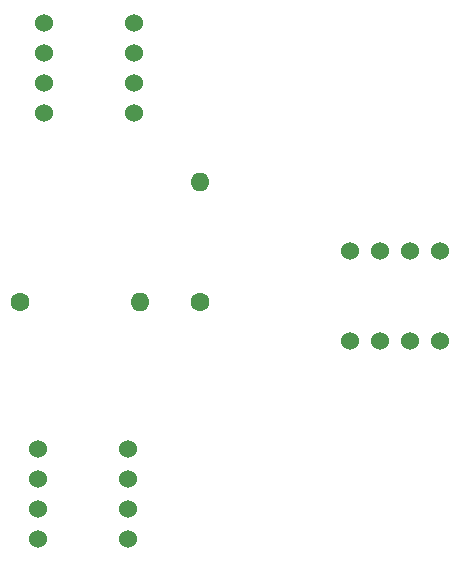
<source format=gbr>
%TF.GenerationSoftware,KiCad,Pcbnew,(5.1.9)-1*%
%TF.CreationDate,2021-10-21T19:00:56-05:00*%
%TF.ProjectId,tutorial2,7475746f-7269-4616-9c32-2e6b69636164,rev?*%
%TF.SameCoordinates,Original*%
%TF.FileFunction,Soldermask,Bot*%
%TF.FilePolarity,Negative*%
%FSLAX46Y46*%
G04 Gerber Fmt 4.6, Leading zero omitted, Abs format (unit mm)*
G04 Created by KiCad (PCBNEW (5.1.9)-1) date 2021-10-21 19:00:56*
%MOMM*%
%LPD*%
G01*
G04 APERTURE LIST*
%ADD10C,1.524000*%
%ADD11O,1.600000X1.600000*%
%ADD12C,1.600000*%
G04 APERTURE END LIST*
D10*
%TO.C,U3*%
X144780000Y-88646000D03*
X142240000Y-88646000D03*
X139700000Y-88646000D03*
X137160000Y-88646000D03*
X137160000Y-81026000D03*
X139700000Y-81026000D03*
X142240000Y-81026000D03*
X144780000Y-81026000D03*
%TD*%
%TO.C,U2*%
X110744000Y-105410000D03*
X110744000Y-102870000D03*
X110744000Y-100330000D03*
X110744000Y-97790000D03*
X118364000Y-97790000D03*
X118364000Y-100330000D03*
X118364000Y-102870000D03*
X118364000Y-105410000D03*
%TD*%
%TO.C,U1*%
X118872000Y-61722000D03*
X118872000Y-64262000D03*
X118872000Y-66802000D03*
X118872000Y-69342000D03*
X111252000Y-69342000D03*
X111252000Y-66802000D03*
X111252000Y-64262000D03*
X111252000Y-61722000D03*
%TD*%
D11*
%TO.C,R2*%
X124460000Y-75184000D03*
D12*
X124460000Y-85344000D03*
%TD*%
D11*
%TO.C,R1*%
X119380000Y-85344000D03*
D12*
X109220000Y-85344000D03*
%TD*%
M02*

</source>
